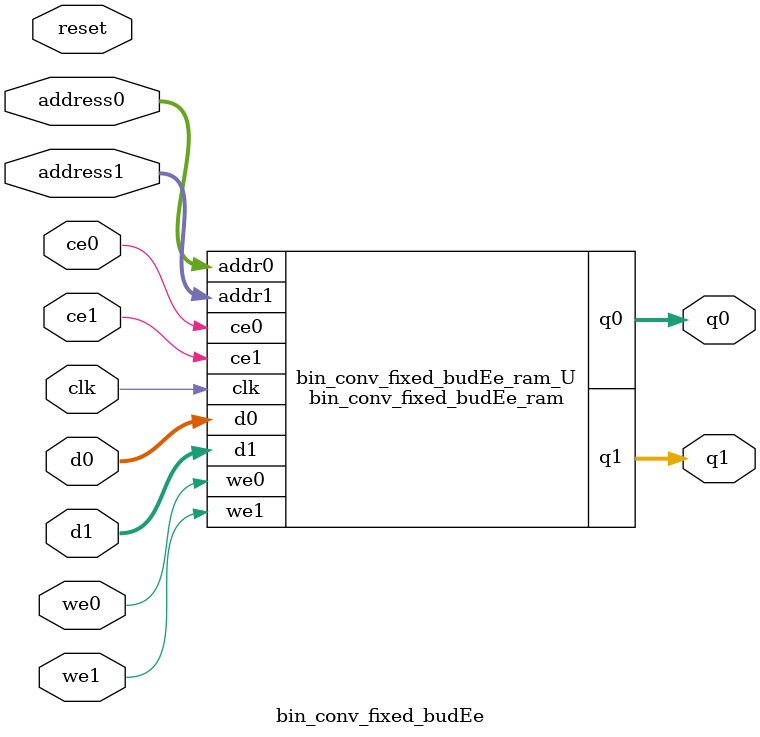
<source format=v>
`timescale 1 ns / 1 ps
module bin_conv_fixed_budEe_ram (addr0, ce0, d0, we0, q0, addr1, ce1, d1, we1, q1,  clk);

parameter DWIDTH = 12;
parameter AWIDTH = 11;
parameter MEM_SIZE = 2048;

input[AWIDTH-1:0] addr0;
input ce0;
input[DWIDTH-1:0] d0;
input we0;
output reg[DWIDTH-1:0] q0;
input[AWIDTH-1:0] addr1;
input ce1;
input[DWIDTH-1:0] d1;
input we1;
output reg[DWIDTH-1:0] q1;
input clk;

(* ram_style = "block" *)reg [DWIDTH-1:0] ram[0:MEM_SIZE-1];




always @(posedge clk)  
begin 
    if (ce0) 
    begin
        if (we0) 
        begin 
            ram[addr0] <= d0; 
        end 
        q0 <= ram[addr0];
    end
end


always @(posedge clk)  
begin 
    if (ce1) 
    begin
        if (we1) 
        begin 
            ram[addr1] <= d1; 
        end 
        q1 <= ram[addr1];
    end
end


endmodule

`timescale 1 ns / 1 ps
module bin_conv_fixed_budEe(
    reset,
    clk,
    address0,
    ce0,
    we0,
    d0,
    q0,
    address1,
    ce1,
    we1,
    d1,
    q1);

parameter DataWidth = 32'd12;
parameter AddressRange = 32'd2048;
parameter AddressWidth = 32'd11;
input reset;
input clk;
input[AddressWidth - 1:0] address0;
input ce0;
input we0;
input[DataWidth - 1:0] d0;
output[DataWidth - 1:0] q0;
input[AddressWidth - 1:0] address1;
input ce1;
input we1;
input[DataWidth - 1:0] d1;
output[DataWidth - 1:0] q1;



bin_conv_fixed_budEe_ram bin_conv_fixed_budEe_ram_U(
    .clk( clk ),
    .addr0( address0 ),
    .ce0( ce0 ),
    .we0( we0 ),
    .d0( d0 ),
    .q0( q0 ),
    .addr1( address1 ),
    .ce1( ce1 ),
    .we1( we1 ),
    .d1( d1 ),
    .q1( q1 ));

endmodule


</source>
